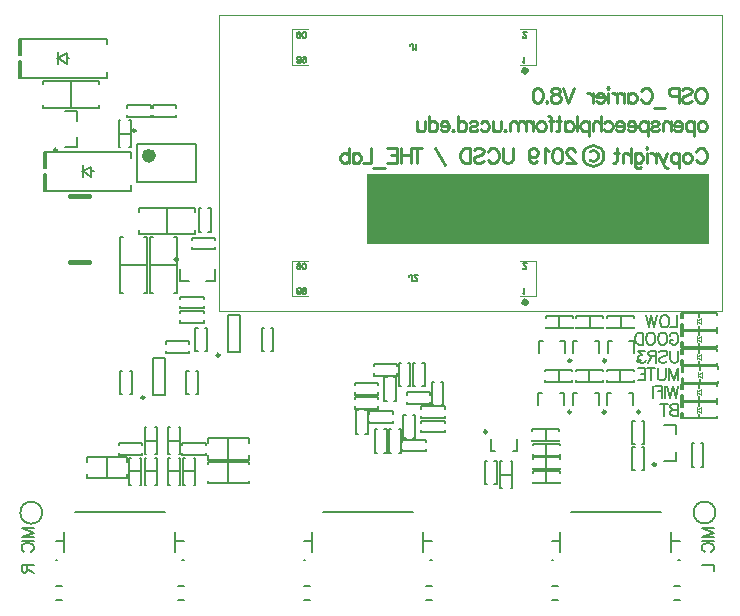
<source format=gbo>
G04*
G04 #@! TF.GenerationSoftware,Altium Limited,Altium Designer,22.0.2 (36)*
G04*
G04 Layer_Color=32896*
%FSLAX25Y25*%
%MOIN*%
G70*
G04*
G04 #@! TF.SameCoordinates,2161BBB5-3730-4A37-975F-558EB53CE70B*
G04*
G04*
G04 #@! TF.FilePolarity,Positive*
G04*
G01*
G75*
%ADD10C,0.01000*%
%ADD11C,0.00984*%
%ADD12C,0.00787*%
%ADD13C,0.01968*%
%ADD14C,0.00394*%
%ADD15C,0.00800*%
%ADD17C,0.00500*%
%ADD19C,0.00591*%
%ADD181C,0.02362*%
%ADD182C,0.01575*%
%ADD183R,1.14173X0.23622*%
D10*
X68167Y48201D02*
G03*
X68167Y51012I1125J1406D01*
G01*
X72791Y49606D02*
G03*
X72791Y49606I-3500J0D01*
G01*
X105896Y61207D02*
X106372Y60969D01*
X106849Y60492D01*
X107087Y59778D01*
Y59302D01*
X106849Y58588D01*
X106372Y58112D01*
X105896Y57874D01*
X105182D01*
X104706Y58112D01*
X104230Y58588D01*
X103992Y59302D01*
Y59778D01*
X104230Y60492D01*
X104706Y60969D01*
X105182Y61207D01*
X105896D01*
X102897D02*
Y56208D01*
Y60492D02*
X102421Y60969D01*
X101945Y61207D01*
X101231D01*
X100755Y60969D01*
X100278Y60492D01*
X100040Y59778D01*
Y59302D01*
X100278Y58588D01*
X100755Y58112D01*
X101231Y57874D01*
X101945D01*
X102421Y58112D01*
X102897Y58588D01*
X98969Y59778D02*
X96113D01*
Y60254D01*
X96351Y60730D01*
X96589Y60969D01*
X97065Y61207D01*
X97779D01*
X98255Y60969D01*
X98731Y60492D01*
X98969Y59778D01*
Y59302D01*
X98731Y58588D01*
X98255Y58112D01*
X97779Y57874D01*
X97065D01*
X96589Y58112D01*
X96113Y58588D01*
X95042Y61207D02*
Y57874D01*
Y60254D02*
X94327Y60969D01*
X93851Y61207D01*
X93137D01*
X92661Y60969D01*
X92423Y60254D01*
Y57874D01*
X88495Y60492D02*
X88733Y60969D01*
X89447Y61207D01*
X90162D01*
X90876Y60969D01*
X91114Y60492D01*
X90876Y60016D01*
X90400Y59778D01*
X89210Y59540D01*
X88733Y59302D01*
X88495Y58826D01*
Y58588D01*
X88733Y58112D01*
X89447Y57874D01*
X90162D01*
X90876Y58112D01*
X91114Y58588D01*
X87448Y61207D02*
Y56208D01*
Y60492D02*
X86972Y60969D01*
X86496Y61207D01*
X85782D01*
X85306Y60969D01*
X84829Y60492D01*
X84591Y59778D01*
Y59302D01*
X84829Y58588D01*
X85306Y58112D01*
X85782Y57874D01*
X86496D01*
X86972Y58112D01*
X87448Y58588D01*
X83520Y59778D02*
X80664D01*
Y60254D01*
X80902Y60730D01*
X81140Y60969D01*
X81616Y61207D01*
X82330D01*
X82806Y60969D01*
X83282Y60492D01*
X83520Y59778D01*
Y59302D01*
X83282Y58588D01*
X82806Y58112D01*
X82330Y57874D01*
X81616D01*
X81140Y58112D01*
X80664Y58588D01*
X79593Y59778D02*
X76736D01*
Y60254D01*
X76974Y60730D01*
X77212Y60969D01*
X77688Y61207D01*
X78402D01*
X78878Y60969D01*
X79355Y60492D01*
X79593Y59778D01*
Y59302D01*
X79355Y58588D01*
X78878Y58112D01*
X78402Y57874D01*
X77688D01*
X77212Y58112D01*
X76736Y58588D01*
X72808Y60492D02*
X73284Y60969D01*
X73760Y61207D01*
X74475D01*
X74951Y60969D01*
X75427Y60492D01*
X75665Y59778D01*
Y59302D01*
X75427Y58588D01*
X74951Y58112D01*
X74475Y57874D01*
X73760D01*
X73284Y58112D01*
X72808Y58588D01*
X71737Y62873D02*
Y57874D01*
Y60254D02*
X71023Y60969D01*
X70547Y61207D01*
X69833D01*
X69357Y60969D01*
X69119Y60254D01*
Y57874D01*
X67809Y61207D02*
Y56208D01*
Y60492D02*
X67333Y60969D01*
X66857Y61207D01*
X66143D01*
X65667Y60969D01*
X65191Y60492D01*
X64953Y59778D01*
Y59302D01*
X65191Y58588D01*
X65667Y58112D01*
X66143Y57874D01*
X66857D01*
X67333Y58112D01*
X67809Y58588D01*
X63882Y62873D02*
Y57874D01*
X59978Y61207D02*
Y57874D01*
Y60492D02*
X60454Y60969D01*
X60930Y61207D01*
X61644D01*
X62120Y60969D01*
X62596Y60492D01*
X62834Y59778D01*
Y59302D01*
X62596Y58588D01*
X62120Y58112D01*
X61644Y57874D01*
X60930D01*
X60454Y58112D01*
X59978Y58588D01*
X57930Y62873D02*
Y58826D01*
X57692Y58112D01*
X57216Y57874D01*
X56740D01*
X58645Y61207D02*
X56978D01*
X54122Y62873D02*
X54598D01*
X55074Y62635D01*
X55312Y61921D01*
Y57874D01*
X56026Y61207D02*
X54360D01*
X52217D02*
X52693Y60969D01*
X53170Y60492D01*
X53408Y59778D01*
Y59302D01*
X53170Y58588D01*
X52693Y58112D01*
X52217Y57874D01*
X51503D01*
X51027Y58112D01*
X50551Y58588D01*
X50313Y59302D01*
Y59778D01*
X50551Y60492D01*
X51027Y60969D01*
X51503Y61207D01*
X52217D01*
X49218D02*
Y57874D01*
Y59778D02*
X48980Y60492D01*
X48504Y60969D01*
X48028Y61207D01*
X47314D01*
X46861D02*
Y57874D01*
Y60254D02*
X46147Y60969D01*
X45671Y61207D01*
X44957D01*
X44481Y60969D01*
X44243Y60254D01*
Y57874D01*
Y60254D02*
X43529Y60969D01*
X43053Y61207D01*
X42339D01*
X41862Y60969D01*
X41624Y60254D01*
Y57874D01*
X39815Y58350D02*
X40053Y58112D01*
X39815Y57874D01*
X39577Y58112D01*
X39815Y58350D01*
X38482Y61207D02*
Y58826D01*
X38244Y58112D01*
X37768Y57874D01*
X37054D01*
X36578Y58112D01*
X35864Y58826D01*
Y61207D02*
Y57874D01*
X31698Y60492D02*
X32174Y60969D01*
X32650Y61207D01*
X33364D01*
X33840Y60969D01*
X34317Y60492D01*
X34554Y59778D01*
Y59302D01*
X34317Y58588D01*
X33840Y58112D01*
X33364Y57874D01*
X32650D01*
X32174Y58112D01*
X31698Y58588D01*
X28008Y60492D02*
X28246Y60969D01*
X28960Y61207D01*
X29675D01*
X30389Y60969D01*
X30627Y60492D01*
X30389Y60016D01*
X29913Y59778D01*
X28722Y59540D01*
X28246Y59302D01*
X28008Y58826D01*
Y58588D01*
X28246Y58112D01*
X28960Y57874D01*
X29675D01*
X30389Y58112D01*
X30627Y58588D01*
X24104Y62873D02*
Y57874D01*
Y60492D02*
X24580Y60969D01*
X25057Y61207D01*
X25771D01*
X26247Y60969D01*
X26723Y60492D01*
X26961Y59778D01*
Y59302D01*
X26723Y58588D01*
X26247Y58112D01*
X25771Y57874D01*
X25057D01*
X24580Y58112D01*
X24104Y58588D01*
X22533Y58350D02*
X22771Y58112D01*
X22533Y57874D01*
X22295Y58112D01*
X22533Y58350D01*
X21200Y59778D02*
X18344D01*
Y60254D01*
X18582Y60730D01*
X18820Y60969D01*
X19296Y61207D01*
X20010D01*
X20486Y60969D01*
X20962Y60492D01*
X21200Y59778D01*
Y59302D01*
X20962Y58588D01*
X20486Y58112D01*
X20010Y57874D01*
X19296D01*
X18820Y58112D01*
X18344Y58588D01*
X14416Y62873D02*
Y57874D01*
Y60492D02*
X14892Y60969D01*
X15368Y61207D01*
X16082D01*
X16558Y60969D01*
X17034Y60492D01*
X17273Y59778D01*
Y59302D01*
X17034Y58588D01*
X16558Y58112D01*
X16082Y57874D01*
X15368D01*
X14892Y58112D01*
X14416Y58588D01*
X13083Y61207D02*
Y58826D01*
X12845Y58112D01*
X12369Y57874D01*
X11655D01*
X11179Y58112D01*
X10464Y58826D01*
Y61207D02*
Y57874D01*
X105658Y72322D02*
X106134Y72084D01*
X106611Y71608D01*
X106849Y71131D01*
X107087Y70417D01*
Y69227D01*
X106849Y68513D01*
X106611Y68037D01*
X106134Y67561D01*
X105658Y67323D01*
X104706D01*
X104230Y67561D01*
X103754Y68037D01*
X103516Y68513D01*
X103278Y69227D01*
Y70417D01*
X103516Y71131D01*
X103754Y71608D01*
X104230Y72084D01*
X104706Y72322D01*
X105658D01*
X98779Y71608D02*
X99255Y72084D01*
X99969Y72322D01*
X100921D01*
X101635Y72084D01*
X102111Y71608D01*
Y71131D01*
X101874Y70655D01*
X101635Y70417D01*
X101159Y70179D01*
X99731Y69703D01*
X99255Y69465D01*
X99017Y69227D01*
X98779Y68751D01*
Y68037D01*
X99255Y67561D01*
X99969Y67323D01*
X100921D01*
X101635Y67561D01*
X102111Y68037D01*
X97660Y69703D02*
X95518D01*
X94804Y69941D01*
X94565Y70179D01*
X94327Y70655D01*
Y71370D01*
X94565Y71846D01*
X94804Y72084D01*
X95518Y72322D01*
X97660D01*
Y67323D01*
X93209Y65657D02*
X89400D01*
X85186Y71131D02*
X85425Y71608D01*
X85901Y72084D01*
X86377Y72322D01*
X87329D01*
X87805Y72084D01*
X88281Y71608D01*
X88519Y71131D01*
X88757Y70417D01*
Y69227D01*
X88519Y68513D01*
X88281Y68037D01*
X87805Y67561D01*
X87329Y67323D01*
X86377D01*
X85901Y67561D01*
X85425Y68037D01*
X85186Y68513D01*
X80926Y70655D02*
Y67323D01*
Y69941D02*
X81402Y70417D01*
X81878Y70655D01*
X82592D01*
X83068Y70417D01*
X83544Y69941D01*
X83782Y69227D01*
Y68751D01*
X83544Y68037D01*
X83068Y67561D01*
X82592Y67323D01*
X81878D01*
X81402Y67561D01*
X80926Y68037D01*
X79593Y70655D02*
Y67323D01*
Y69227D02*
X79355Y69941D01*
X78878Y70417D01*
X78402Y70655D01*
X77688D01*
X77236D02*
Y67323D01*
Y69227D02*
X76998Y69941D01*
X76522Y70417D01*
X76046Y70655D01*
X75331D01*
X74403Y72322D02*
X74165Y72084D01*
X73927Y72322D01*
X74165Y72560D01*
X74403Y72322D01*
X74165Y70655D02*
Y67323D01*
X73046Y69227D02*
X70190D01*
Y69703D01*
X70428Y70179D01*
X70666Y70417D01*
X71142Y70655D01*
X71856D01*
X72332Y70417D01*
X72808Y69941D01*
X73046Y69227D01*
Y68751D01*
X72808Y68037D01*
X72332Y67561D01*
X71856Y67323D01*
X71142D01*
X70666Y67561D01*
X70190Y68037D01*
X69119Y70655D02*
Y67323D01*
Y69227D02*
X68880Y69941D01*
X68404Y70417D01*
X67928Y70655D01*
X67214D01*
X62834Y72322D02*
X60930Y67323D01*
X59026Y72322D02*
X60930Y67323D01*
X57192Y72322D02*
X57907Y72084D01*
X58145Y71608D01*
Y71131D01*
X57907Y70655D01*
X57431Y70417D01*
X56478Y70179D01*
X55764Y69941D01*
X55288Y69465D01*
X55050Y68989D01*
Y68275D01*
X55288Y67799D01*
X55526Y67561D01*
X56240Y67323D01*
X57192D01*
X57907Y67561D01*
X58145Y67799D01*
X58383Y68275D01*
Y68989D01*
X58145Y69465D01*
X57669Y69941D01*
X56954Y70179D01*
X56002Y70417D01*
X55526Y70655D01*
X55288Y71131D01*
Y71608D01*
X55526Y72084D01*
X56240Y72322D01*
X57192D01*
X53693Y67799D02*
X53931Y67561D01*
X53693Y67323D01*
X53455Y67561D01*
X53693Y67799D01*
X50932Y72322D02*
X51646Y72084D01*
X52122Y71370D01*
X52360Y70179D01*
Y69465D01*
X52122Y68275D01*
X51646Y67561D01*
X50932Y67323D01*
X50456D01*
X49742Y67561D01*
X49266Y68275D01*
X49028Y69465D01*
Y70179D01*
X49266Y71370D01*
X49742Y72084D01*
X50456Y72322D01*
X50932D01*
X103516Y51053D02*
X103754Y51529D01*
X104230Y52005D01*
X104706Y52243D01*
X105658D01*
X106134Y52005D01*
X106611Y51529D01*
X106849Y51053D01*
X107087Y50339D01*
Y49148D01*
X106849Y48434D01*
X106611Y47958D01*
X106134Y47482D01*
X105658Y47244D01*
X104706D01*
X104230Y47482D01*
X103754Y47958D01*
X103516Y48434D01*
X100921Y50577D02*
X101397Y50339D01*
X101874Y49863D01*
X102111Y49148D01*
Y48672D01*
X101874Y47958D01*
X101397Y47482D01*
X100921Y47244D01*
X100207D01*
X99731Y47482D01*
X99255Y47958D01*
X99017Y48672D01*
Y49148D01*
X99255Y49863D01*
X99731Y50339D01*
X100207Y50577D01*
X100921D01*
X97922D02*
Y45578D01*
Y49863D02*
X97446Y50339D01*
X96970Y50577D01*
X96256D01*
X95780Y50339D01*
X95303Y49863D01*
X95065Y49148D01*
Y48672D01*
X95303Y47958D01*
X95780Y47482D01*
X96256Y47244D01*
X96970D01*
X97446Y47482D01*
X97922Y47958D01*
X93756Y50577D02*
X92328Y47244D01*
X90900Y50577D02*
X92328Y47244D01*
X92804Y46292D01*
X93280Y45816D01*
X93756Y45578D01*
X93994D01*
X90066Y50577D02*
Y47244D01*
Y49148D02*
X89828Y49863D01*
X89352Y50339D01*
X88876Y50577D01*
X88162D01*
X87234Y52243D02*
X86996Y52005D01*
X86758Y52243D01*
X86996Y52481D01*
X87234Y52243D01*
X86996Y50577D02*
Y47244D01*
X83020Y50577D02*
Y46768D01*
X83258Y46054D01*
X83496Y45816D01*
X83973Y45578D01*
X84687D01*
X85163Y45816D01*
X83020Y49863D02*
X83496Y50339D01*
X83973Y50577D01*
X84687D01*
X85163Y50339D01*
X85639Y49863D01*
X85877Y49148D01*
Y48672D01*
X85639Y47958D01*
X85163Y47482D01*
X84687Y47244D01*
X83973D01*
X83496Y47482D01*
X83020Y47958D01*
X81687Y52243D02*
Y47244D01*
Y49624D02*
X80973Y50339D01*
X80497Y50577D01*
X79783D01*
X79307Y50339D01*
X79069Y49624D01*
Y47244D01*
X77045Y52243D02*
Y48196D01*
X76807Y47482D01*
X76331Y47244D01*
X75855D01*
X77760Y50577D02*
X76093D01*
X63120Y51053D02*
Y51291D01*
X62882Y51767D01*
X62644Y52005D01*
X62168Y52243D01*
X61216D01*
X60739Y52005D01*
X60501Y51767D01*
X60263Y51291D01*
Y50815D01*
X60501Y50339D01*
X60977Y49624D01*
X63358Y47244D01*
X60025D01*
X57478Y52243D02*
X58192Y52005D01*
X58668Y51291D01*
X58907Y50101D01*
Y49387D01*
X58668Y48196D01*
X58192Y47482D01*
X57478Y47244D01*
X57002D01*
X56288Y47482D01*
X55812Y48196D01*
X55574Y49387D01*
Y50101D01*
X55812Y51291D01*
X56288Y52005D01*
X57002Y52243D01*
X57478D01*
X54455Y51291D02*
X53979Y51529D01*
X53265Y52243D01*
Y47244D01*
X47695Y50577D02*
X47933Y49863D01*
X48409Y49387D01*
X49123Y49148D01*
X49361D01*
X50075Y49387D01*
X50551Y49863D01*
X50789Y50577D01*
Y50815D01*
X50551Y51529D01*
X50075Y52005D01*
X49361Y52243D01*
X49123D01*
X48409Y52005D01*
X47933Y51529D01*
X47695Y50577D01*
Y49387D01*
X47933Y48196D01*
X48409Y47482D01*
X49123Y47244D01*
X49599D01*
X50313Y47482D01*
X50551Y47958D01*
X42410Y52243D02*
Y48672D01*
X42172Y47958D01*
X41696Y47482D01*
X40982Y47244D01*
X40506D01*
X39792Y47482D01*
X39315Y47958D01*
X39077Y48672D01*
Y52243D01*
X34126Y51053D02*
X34364Y51529D01*
X34840Y52005D01*
X35316Y52243D01*
X36268D01*
X36744Y52005D01*
X37221Y51529D01*
X37459Y51053D01*
X37697Y50339D01*
Y49148D01*
X37459Y48434D01*
X37221Y47958D01*
X36744Y47482D01*
X36268Y47244D01*
X35316D01*
X34840Y47482D01*
X34364Y47958D01*
X34126Y48434D01*
X29389Y51529D02*
X29865Y52005D01*
X30579Y52243D01*
X31531D01*
X32245Y52005D01*
X32722Y51529D01*
Y51053D01*
X32484Y50577D01*
X32245Y50339D01*
X31769Y50101D01*
X30341Y49624D01*
X29865Y49387D01*
X29627Y49148D01*
X29389Y48672D01*
Y47958D01*
X29865Y47482D01*
X30579Y47244D01*
X31531D01*
X32245Y47482D01*
X32722Y47958D01*
X28270Y52243D02*
Y47244D01*
Y52243D02*
X26604D01*
X25890Y52005D01*
X25414Y51529D01*
X25176Y51053D01*
X24938Y50339D01*
Y49148D01*
X25176Y48434D01*
X25414Y47958D01*
X25890Y47482D01*
X26604Y47244D01*
X28270D01*
X19891Y46530D02*
X16558Y52243D01*
X10631D02*
Y47244D01*
X12297Y52243D02*
X8965D01*
X8370D02*
Y47244D01*
X5037Y52243D02*
Y47244D01*
X8370Y49863D02*
X5037D01*
X562Y52243D02*
X3656D01*
Y47244D01*
X562D01*
X3656Y49863D02*
X1752D01*
X-271Y45578D02*
X-4080D01*
X-4723Y52243D02*
Y47244D01*
X-7579D01*
X-10983Y50577D02*
Y47244D01*
Y49863D02*
X-10507Y50339D01*
X-10031Y50577D01*
X-9317D01*
X-8841Y50339D01*
X-8365Y49863D01*
X-8127Y49148D01*
Y48672D01*
X-8365Y47958D01*
X-8841Y47482D01*
X-9317Y47244D01*
X-10031D01*
X-10507Y47482D01*
X-10983Y47958D01*
X-12316Y52243D02*
Y47244D01*
Y49863D02*
X-12792Y50339D01*
X-13269Y50577D01*
X-13983D01*
X-14459Y50339D01*
X-14935Y49863D01*
X-15173Y49148D01*
Y48672D01*
X-14935Y47958D01*
X-14459Y47482D01*
X-13983Y47244D01*
X-13269D01*
X-12792Y47482D01*
X-12316Y47958D01*
D11*
X-80400Y-30884D02*
G03*
X-80400Y-30884I-492J0D01*
G01*
X-55317Y-16714D02*
G03*
X-55317Y-16714I-492J0D01*
G01*
X-69291Y15157D02*
G03*
X-69291Y15157I-492J0D01*
G01*
X-83327Y58071D02*
G03*
X-83327Y58071I-492J0D01*
G01*
X-109547Y51575D02*
G03*
X-109547Y51575I-492J0D01*
G01*
X33760Y-42323D02*
G03*
X33760Y-42323I-492J0D01*
G01*
X90059Y-53248D02*
G03*
X90059Y-53248I-492J0D01*
G01*
X73331Y-35698D02*
G03*
X73331Y-35698I-492J0D01*
G01*
X84825D02*
G03*
X84825Y-35698I-492J0D01*
G01*
X61837Y-35713D02*
G03*
X61837Y-35713I-492J0D01*
G01*
X61952Y-18601D02*
G03*
X61952Y-18601I-492J0D01*
G01*
X84941D02*
G03*
X84941Y-18601I-492J0D01*
G01*
X73447D02*
G03*
X73447Y-18601I-492J0D01*
G01*
D12*
X-77447Y-29900D02*
X-73510D01*
X-77447Y-17695D02*
X-73510D01*
X-77447Y-29900D02*
Y-17695D01*
X-73510Y-29900D02*
Y-17695D01*
X-52364Y-15730D02*
X-48427D01*
X-52364Y-3525D02*
X-48427D01*
X-52364Y-15730D02*
Y-3525D01*
X-48427Y-15730D02*
Y-3525D01*
X-68504Y7874D02*
Y11811D01*
Y7874D02*
X-65453D01*
X-56693D02*
Y11811D01*
X-59744Y7874D02*
X-56693D01*
X-82815Y53642D02*
X-63130D01*
X-82815Y41043D02*
X-63130D01*
X-82815D02*
Y53642D01*
X-63130Y41043D02*
Y53642D01*
X-113976Y50988D02*
X-84713D01*
Y49114D02*
Y50988D01*
X-113976Y45488D02*
Y50988D01*
X-84713Y37988D02*
Y39862D01*
X-113976Y45488D02*
X-113213D01*
Y50988D01*
Y37988D02*
Y43488D01*
X-113976D02*
X-113213D01*
X-113976Y37988D02*
X-84713D01*
X-113976D02*
Y43488D01*
X-100787Y42520D02*
Y46457D01*
Y44488D02*
X-98032Y46063D01*
X-100787Y44488D02*
X-98032Y42520D01*
Y46063D01*
X-101181Y44488D02*
X-100787D01*
X-98032D02*
X-97244D01*
X-106693Y52756D02*
X-102756D01*
Y55905D01*
X-106693Y64567D02*
X-102756D01*
Y61417D02*
Y64567D01*
X-122244Y88784D02*
X-92980D01*
Y86909D02*
Y88784D01*
X-122244Y83284D02*
Y88784D01*
X-92980Y75783D02*
Y77658D01*
X-122244Y83284D02*
X-121480D01*
Y88784D01*
Y75783D02*
Y81283D01*
X-122244D02*
X-121480D01*
X-122244Y75783D02*
X-92980D01*
X-122244D02*
Y81283D01*
X-109055Y80315D02*
Y84252D01*
Y82284D02*
X-106299Y83858D01*
X-109055Y82284D02*
X-106299Y80315D01*
Y83858D01*
X-109449Y82284D02*
X-109055D01*
X-106299D02*
X-105512D01*
X42323Y-48720D02*
X43701D01*
Y-44783D01*
X35039Y-48720D02*
X36417D01*
X35039D02*
Y-44783D01*
X96850Y-43209D02*
Y-40157D01*
X92913D02*
X96850D01*
Y-51968D02*
Y-48917D01*
X92913Y-51968D02*
X96850D01*
X-69291Y-98425D02*
X-67323D01*
X-69291Y-93701D02*
X-67323D01*
X-70079Y-78740D02*
X-67323D01*
X-67716Y-85039D02*
X-67323Y-85039D01*
X-70079Y-82284D02*
Y-75591D01*
X-88583Y-68898D02*
X-73622D01*
X-103543D02*
X-88583D01*
X-107087Y-82284D02*
Y-75591D01*
X-109843Y-85039D02*
X-109449Y-85039D01*
X-109843Y-78740D02*
X-107087D01*
X-109843Y-93701D02*
X-107874D01*
X-109843Y-98425D02*
X-107874D01*
X-27165D02*
X-25197D01*
X-27165Y-93701D02*
X-25197D01*
X-27165Y-78740D02*
X-24409D01*
X-27165Y-85039D02*
X-26772Y-85039D01*
X-24409Y-82284D02*
Y-75591D01*
X-20866Y-68898D02*
X-5906D01*
X9055D01*
X12598Y-82284D02*
Y-75591D01*
X14961Y-85039D02*
X15354Y-85039D01*
X12598Y-78740D02*
X15354D01*
X13386Y-93701D02*
X15354D01*
X13386Y-98425D02*
X15354D01*
X55512D02*
X57480D01*
X55512Y-93701D02*
X57480D01*
X55512Y-78740D02*
X58268D01*
X55512Y-85039D02*
X55905Y-85039D01*
X58268Y-82284D02*
Y-75591D01*
X61811Y-68898D02*
X76772D01*
X91732D01*
X95275Y-82284D02*
Y-75591D01*
X97638Y-85039D02*
X98031Y-85039D01*
X95275Y-78740D02*
X98031D01*
X96063Y-93701D02*
X98031D01*
X96063Y-98425D02*
X98031D01*
X62406Y-29300D02*
X63784D01*
X62406Y-33237D02*
Y-29300D01*
X69689D02*
X71067D01*
Y-33237D02*
Y-29300D01*
X73900D02*
X75278D01*
X73900Y-33237D02*
Y-29300D01*
X81184D02*
X82562D01*
Y-33237D02*
Y-29300D01*
X50911Y-29316D02*
X52289D01*
X50911Y-33253D02*
Y-29316D01*
X58195D02*
X59573D01*
Y-33253D02*
Y-29316D01*
X51027Y-12203D02*
X52405D01*
X51027Y-16140D02*
Y-12203D01*
X58310D02*
X59688D01*
Y-16140D02*
Y-12203D01*
X74016D02*
X75394D01*
X74016Y-16140D02*
Y-12203D01*
X81299D02*
X82677D01*
Y-16140D02*
Y-12203D01*
X62521D02*
X63899D01*
X62521Y-16140D02*
Y-12203D01*
X69805D02*
X71183D01*
Y-16140D02*
Y-12203D01*
D13*
X46850Y78031D02*
G03*
X46850Y78031I-394J0D01*
G01*
Y866D02*
G03*
X46850Y866I-394J0D01*
G01*
Y78031D02*
G03*
X46850Y78031I-394J0D01*
G01*
Y866D02*
G03*
X46850Y866I-394J0D01*
G01*
D14*
X104035Y-23228D02*
X105413Y-22244D01*
Y-23228D02*
Y-22244D01*
X104035Y-23228D02*
Y-22343D01*
Y-24114D02*
Y-23228D01*
X105413Y-24213D02*
Y-23228D01*
X104035D02*
X105413Y-24213D01*
X103878Y-5512D02*
X105256Y-4528D01*
Y-5512D02*
Y-4528D01*
X103878Y-5512D02*
Y-4626D01*
Y-6398D02*
Y-5512D01*
X105256Y-6496D02*
Y-5512D01*
X103878D02*
X105256Y-6496D01*
X103878Y-11406D02*
X105256Y-10422D01*
Y-11406D02*
Y-10422D01*
X103878Y-11406D02*
Y-10520D01*
Y-12292D02*
Y-11406D01*
X105256Y-12390D02*
Y-11406D01*
X103878D02*
X105256Y-12390D01*
X103878Y-17312D02*
X105256Y-16327D01*
Y-17312D02*
Y-16327D01*
X103878Y-17312D02*
Y-16426D01*
Y-18198D02*
Y-17312D01*
X105256Y-18296D02*
Y-17312D01*
X103878D02*
X105256Y-18296D01*
X103878Y-35039D02*
X105256Y-34055D01*
Y-35039D02*
Y-34055D01*
X103878Y-35039D02*
Y-34154D01*
Y-35925D02*
Y-35039D01*
X105256Y-36024D02*
Y-35039D01*
X103878D02*
X105256Y-36024D01*
X103878Y-29134D02*
X105256Y-30118D01*
Y-29134D01*
X103878Y-30020D02*
Y-29134D01*
Y-28248D01*
X105256Y-29134D02*
Y-28150D01*
X103878Y-29134D02*
X105256Y-28150D01*
X-31102Y80000D02*
Y91811D01*
X-25984D01*
X-31102Y80000D02*
X-25984D01*
X44882Y91811D02*
X50000D01*
Y80000D02*
Y91811D01*
X44882Y80000D02*
X50000D01*
X-31102Y2835D02*
Y14646D01*
X-25984D01*
X-31102Y2835D02*
X-25984D01*
X44882Y14646D02*
X50000D01*
Y2835D02*
Y14646D01*
X44882Y2835D02*
X50000D01*
X-55512Y-1890D02*
Y96535D01*
Y-1890D02*
X112205D01*
Y96535D01*
X-55512D02*
X112205D01*
X-31102Y80000D02*
Y91811D01*
X-25984D01*
X-31102Y80000D02*
X-25984D01*
X44882Y91811D02*
X50000D01*
Y80000D02*
Y91811D01*
X44882Y80000D02*
X50000D01*
X44882Y2835D02*
X50000D01*
Y14646D01*
X44882D02*
X50000D01*
X-31102Y2835D02*
X-25984D01*
X-31102Y14646D02*
X-25984D01*
X-31102Y2835D02*
Y14646D01*
D15*
X97638Y-26956D02*
X96686Y-30955D01*
X95733Y-26956D02*
X96686Y-30955D01*
X95733Y-26956D02*
X94781Y-30955D01*
X93829Y-26956D02*
X94781Y-30955D01*
X93029Y-26956D02*
Y-30955D01*
X92191Y-26956D02*
Y-30955D01*
Y-26956D02*
X89716D01*
X92191Y-28861D02*
X90668D01*
X89259Y-26956D02*
Y-30955D01*
X97638Y-33009D02*
Y-37008D01*
Y-33009D02*
X95924D01*
X95353Y-33199D01*
X95162Y-33390D01*
X94972Y-33770D01*
Y-34151D01*
X95162Y-34532D01*
X95353Y-34723D01*
X95924Y-34913D01*
X97638D02*
X95924D01*
X95353Y-35103D01*
X95162Y-35294D01*
X94972Y-35675D01*
Y-36246D01*
X95162Y-36627D01*
X95353Y-36817D01*
X95924Y-37008D01*
X97638D01*
X92744Y-33009D02*
Y-37008D01*
X94077Y-33009D02*
X91411D01*
X97638Y-21198D02*
Y-25197D01*
Y-21198D02*
X96114Y-25197D01*
X94591Y-21198D02*
X96114Y-25197D01*
X94591Y-21198D02*
Y-25197D01*
X93448Y-21198D02*
Y-24054D01*
X93258Y-24625D01*
X92877Y-25006D01*
X92306Y-25197D01*
X91925D01*
X91353Y-25006D01*
X90973Y-24625D01*
X90782Y-24054D01*
Y-21198D01*
X88345D02*
Y-25197D01*
X89678Y-21198D02*
X87011D01*
X84060D02*
X86535D01*
Y-25197D01*
X84060D01*
X86535Y-23102D02*
X85012D01*
X97638Y-15292D02*
Y-18149D01*
X97447Y-18720D01*
X97066Y-19101D01*
X96495Y-19291D01*
X96114D01*
X95543Y-19101D01*
X95162Y-18720D01*
X94972Y-18149D01*
Y-15292D01*
X91201Y-15864D02*
X91582Y-15483D01*
X92153Y-15292D01*
X92915D01*
X93486Y-15483D01*
X93867Y-15864D01*
Y-16244D01*
X93677Y-16625D01*
X93486Y-16816D01*
X93105Y-17006D01*
X91963Y-17387D01*
X91582Y-17577D01*
X91391Y-17768D01*
X91201Y-18149D01*
Y-18720D01*
X91582Y-19101D01*
X92153Y-19291D01*
X92915D01*
X93486Y-19101D01*
X93867Y-18720D01*
X90306Y-15292D02*
Y-19291D01*
Y-15292D02*
X88592D01*
X88021Y-15483D01*
X87830Y-15673D01*
X87640Y-16054D01*
Y-16435D01*
X87830Y-16816D01*
X88021Y-17006D01*
X88592Y-17197D01*
X90306D01*
X88973D02*
X87640Y-19291D01*
X86364Y-15292D02*
X84269D01*
X85412Y-16816D01*
X84841D01*
X84460Y-17006D01*
X84269Y-17197D01*
X84079Y-17768D01*
Y-18149D01*
X84269Y-18720D01*
X84650Y-19101D01*
X85221Y-19291D01*
X85793D01*
X86364Y-19101D01*
X86554Y-18911D01*
X86745Y-18530D01*
X94781Y-10239D02*
X94972Y-9858D01*
X95353Y-9477D01*
X95733Y-9287D01*
X96495D01*
X96876Y-9477D01*
X97257Y-9858D01*
X97447Y-10239D01*
X97638Y-10810D01*
Y-11763D01*
X97447Y-12334D01*
X97257Y-12715D01*
X96876Y-13096D01*
X96495Y-13286D01*
X95733D01*
X95353Y-13096D01*
X94972Y-12715D01*
X94781Y-12334D01*
Y-11763D01*
X95733D02*
X94781D01*
X92725Y-9287D02*
X93105Y-9477D01*
X93486Y-9858D01*
X93677Y-10239D01*
X93867Y-10810D01*
Y-11763D01*
X93677Y-12334D01*
X93486Y-12715D01*
X93105Y-13096D01*
X92725Y-13286D01*
X91963D01*
X91582Y-13096D01*
X91201Y-12715D01*
X91011Y-12334D01*
X90820Y-11763D01*
Y-10810D01*
X91011Y-10239D01*
X91201Y-9858D01*
X91582Y-9477D01*
X91963Y-9287D01*
X92725D01*
X88744D02*
X89125Y-9477D01*
X89506Y-9858D01*
X89697Y-10239D01*
X89887Y-10810D01*
Y-11763D01*
X89697Y-12334D01*
X89506Y-12715D01*
X89125Y-13096D01*
X88744Y-13286D01*
X87983D01*
X87602Y-13096D01*
X87221Y-12715D01*
X87031Y-12334D01*
X86840Y-11763D01*
Y-10810D01*
X87031Y-10239D01*
X87221Y-9858D01*
X87602Y-9477D01*
X87983Y-9287D01*
X88744D01*
X85907D02*
Y-13286D01*
Y-9287D02*
X84574D01*
X84003Y-9477D01*
X83622Y-9858D01*
X83431Y-10239D01*
X83241Y-10810D01*
Y-11763D01*
X83431Y-12334D01*
X83622Y-12715D01*
X84003Y-13096D01*
X84574Y-13286D01*
X85907D01*
X97244Y-3481D02*
Y-7480D01*
X94959D01*
X93378Y-3481D02*
X93759Y-3672D01*
X94140Y-4053D01*
X94330Y-4433D01*
X94521Y-5005D01*
Y-5957D01*
X94330Y-6528D01*
X94140Y-6909D01*
X93759Y-7290D01*
X93378Y-7480D01*
X92616D01*
X92236Y-7290D01*
X91855Y-6909D01*
X91664Y-6528D01*
X91474Y-5957D01*
Y-5005D01*
X91664Y-4433D01*
X91855Y-4053D01*
X92236Y-3672D01*
X92616Y-3481D01*
X93378D01*
X90541D02*
X89589Y-7480D01*
X88636Y-3481D02*
X89589Y-7480D01*
X88636Y-3481D02*
X87684Y-7480D01*
X86732Y-3481D02*
X87684Y-7480D01*
X-121322Y-74410D02*
X-117323D01*
X-121322D02*
X-117323Y-75933D01*
X-121322Y-77456D02*
X-117323Y-75933D01*
X-121322Y-77456D02*
X-117323D01*
X-121322Y-78599D02*
X-117323D01*
X-120370Y-82293D02*
X-120751Y-82103D01*
X-121132Y-81722D01*
X-121322Y-81341D01*
Y-80580D01*
X-121132Y-80199D01*
X-120751Y-79818D01*
X-120370Y-79627D01*
X-119799Y-79437D01*
X-118846D01*
X-118275Y-79627D01*
X-117894Y-79818D01*
X-117513Y-80199D01*
X-117323Y-80580D01*
Y-81341D01*
X-117513Y-81722D01*
X-117894Y-82103D01*
X-118275Y-82293D01*
X-121322Y-86559D02*
X-117323D01*
X-121322D02*
Y-88273D01*
X-121132Y-88844D01*
X-120941Y-89035D01*
X-120560Y-89225D01*
X-120179D01*
X-119799Y-89035D01*
X-119608Y-88844D01*
X-119418Y-88273D01*
Y-86559D01*
Y-87892D02*
X-117323Y-89225D01*
X105450Y-74410D02*
X109449D01*
X105450D02*
X109449Y-75933D01*
X105450Y-77456D02*
X109449Y-75933D01*
X105450Y-77456D02*
X109449D01*
X105450Y-78599D02*
X109449D01*
X106402Y-82293D02*
X106021Y-82103D01*
X105640Y-81722D01*
X105450Y-81341D01*
Y-80580D01*
X105640Y-80199D01*
X106021Y-79818D01*
X106402Y-79627D01*
X106973Y-79437D01*
X107925D01*
X108497Y-79627D01*
X108878Y-79818D01*
X109258Y-80199D01*
X109449Y-80580D01*
Y-81341D01*
X109258Y-81722D01*
X108878Y-82103D01*
X108497Y-82293D01*
X105450Y-86559D02*
X109449D01*
Y-88844D01*
D17*
X109978Y-69213D02*
G03*
X109978Y-69213I-3650J0D01*
G01*
X-114461Y-69291D02*
G03*
X-114461Y-69291I-3650J0D01*
G01*
X45669Y81137D02*
X45860Y81042D01*
X46145Y80756D01*
Y82756D01*
X45764Y89500D02*
Y89405D01*
X45860Y89214D01*
X45955Y89119D01*
X46145Y89024D01*
X46526D01*
X46717Y89119D01*
X46812Y89214D01*
X46907Y89405D01*
Y89595D01*
X46812Y89786D01*
X46622Y90071D01*
X45669Y91024D01*
X47002D01*
X-29052Y80756D02*
X-29337Y80852D01*
X-29432Y81042D01*
Y81232D01*
X-29337Y81423D01*
X-29147Y81518D01*
X-28766Y81613D01*
X-28480Y81709D01*
X-28290Y81899D01*
X-28194Y82089D01*
Y82375D01*
X-28290Y82565D01*
X-28385Y82661D01*
X-28671Y82756D01*
X-29052D01*
X-29337Y82661D01*
X-29432Y82565D01*
X-29528Y82375D01*
Y82089D01*
X-29432Y81899D01*
X-29242Y81709D01*
X-28956Y81613D01*
X-28575Y81518D01*
X-28385Y81423D01*
X-28290Y81232D01*
Y81042D01*
X-28385Y80852D01*
X-28671Y80756D01*
X-29052D01*
X-26509Y81423D02*
X-26604Y81709D01*
X-26795Y81899D01*
X-27081Y81994D01*
X-27176D01*
X-27461Y81899D01*
X-27652Y81709D01*
X-27747Y81423D01*
Y81328D01*
X-27652Y81042D01*
X-27461Y80852D01*
X-27176Y80756D01*
X-27081D01*
X-26795Y80852D01*
X-26604Y81042D01*
X-26509Y81423D01*
Y81899D01*
X-26604Y82375D01*
X-26795Y82661D01*
X-27081Y82756D01*
X-27271D01*
X-27556Y82661D01*
X-27652Y82470D01*
X-28290Y89691D02*
X-28385Y89976D01*
X-28575Y90167D01*
X-28861Y90262D01*
X-28956D01*
X-29242Y90167D01*
X-29432Y89976D01*
X-29528Y89691D01*
Y89595D01*
X-29432Y89310D01*
X-29242Y89119D01*
X-28956Y89024D01*
X-28861D01*
X-28575Y89119D01*
X-28385Y89310D01*
X-28290Y89691D01*
Y90167D01*
X-28385Y90643D01*
X-28575Y90928D01*
X-28861Y91024D01*
X-29052D01*
X-29337Y90928D01*
X-29432Y90738D01*
X-27176Y89024D02*
X-27461Y89119D01*
X-27652Y89405D01*
X-27747Y89881D01*
Y90167D01*
X-27652Y90643D01*
X-27461Y90928D01*
X-27176Y91024D01*
X-26985D01*
X-26700Y90928D01*
X-26509Y90643D01*
X-26414Y90167D01*
Y89881D01*
X-26509Y89405D01*
X-26700Y89119D01*
X-26985Y89024D01*
X-27176D01*
X45669Y3972D02*
X45860Y3877D01*
X46145Y3591D01*
Y5590D01*
X45764Y12335D02*
Y12240D01*
X45860Y12049D01*
X45955Y11954D01*
X46145Y11859D01*
X46526D01*
X46717Y11954D01*
X46812Y12049D01*
X46907Y12240D01*
Y12430D01*
X46812Y12620D01*
X46622Y12906D01*
X45669Y13858D01*
X47002D01*
X-29052Y3591D02*
X-29337Y3686D01*
X-29432Y3877D01*
Y4067D01*
X-29337Y4258D01*
X-29147Y4353D01*
X-28766Y4448D01*
X-28480Y4543D01*
X-28290Y4734D01*
X-28194Y4924D01*
Y5210D01*
X-28290Y5400D01*
X-28385Y5495D01*
X-28671Y5590D01*
X-29052D01*
X-29337Y5495D01*
X-29432Y5400D01*
X-29528Y5210D01*
Y4924D01*
X-29432Y4734D01*
X-29242Y4543D01*
X-28956Y4448D01*
X-28575Y4353D01*
X-28385Y4258D01*
X-28290Y4067D01*
Y3877D01*
X-28385Y3686D01*
X-28671Y3591D01*
X-29052D01*
X-26509Y4258D02*
X-26604Y4543D01*
X-26795Y4734D01*
X-27081Y4829D01*
X-27176D01*
X-27461Y4734D01*
X-27652Y4543D01*
X-27747Y4258D01*
Y4162D01*
X-27652Y3877D01*
X-27461Y3686D01*
X-27176Y3591D01*
X-27081D01*
X-26795Y3686D01*
X-26604Y3877D01*
X-26509Y4258D01*
Y4734D01*
X-26604Y5210D01*
X-26795Y5495D01*
X-27081Y5590D01*
X-27271D01*
X-27556Y5495D01*
X-27652Y5305D01*
X-28290Y12525D02*
X-28385Y12811D01*
X-28575Y13001D01*
X-28861Y13096D01*
X-28956D01*
X-29242Y13001D01*
X-29432Y12811D01*
X-29528Y12525D01*
Y12430D01*
X-29432Y12144D01*
X-29242Y11954D01*
X-28956Y11859D01*
X-28861D01*
X-28575Y11954D01*
X-28385Y12144D01*
X-28290Y12525D01*
Y13001D01*
X-28385Y13477D01*
X-28575Y13763D01*
X-28861Y13858D01*
X-29052D01*
X-29337Y13763D01*
X-29432Y13573D01*
X-27176Y11859D02*
X-27461Y11954D01*
X-27652Y12240D01*
X-27747Y12716D01*
Y13001D01*
X-27652Y13477D01*
X-27461Y13763D01*
X-27176Y13858D01*
X-26985D01*
X-26700Y13763D01*
X-26509Y13477D01*
X-26414Y13001D01*
Y12716D01*
X-26509Y12240D01*
X-26700Y11954D01*
X-26985Y11859D01*
X-27176D01*
X9220Y85087D02*
Y86611D01*
X9125Y86896D01*
X9030Y86991D01*
X8839Y87087D01*
X8649D01*
X8458Y86991D01*
X8363Y86896D01*
X8268Y86611D01*
Y86420D01*
X9734Y85468D02*
X9924Y85373D01*
X10210Y85087D01*
Y87087D01*
X45669Y81137D02*
X45860Y81042D01*
X46145Y80756D01*
Y82756D01*
X45764Y89500D02*
Y89405D01*
X45860Y89214D01*
X45955Y89119D01*
X46145Y89024D01*
X46526D01*
X46717Y89119D01*
X46812Y89214D01*
X46907Y89405D01*
Y89595D01*
X46812Y89786D01*
X46622Y90071D01*
X45669Y91024D01*
X47002D01*
X-29052Y80756D02*
X-29337Y80852D01*
X-29432Y81042D01*
Y81232D01*
X-29337Y81423D01*
X-29147Y81518D01*
X-28766Y81613D01*
X-28480Y81709D01*
X-28290Y81899D01*
X-28194Y82089D01*
Y82375D01*
X-28290Y82565D01*
X-28385Y82661D01*
X-28671Y82756D01*
X-29052D01*
X-29337Y82661D01*
X-29432Y82565D01*
X-29528Y82375D01*
Y82089D01*
X-29432Y81899D01*
X-29242Y81709D01*
X-28956Y81613D01*
X-28575Y81518D01*
X-28385Y81423D01*
X-28290Y81232D01*
Y81042D01*
X-28385Y80852D01*
X-28671Y80756D01*
X-29052D01*
X-26509Y81423D02*
X-26604Y81709D01*
X-26795Y81899D01*
X-27081Y81994D01*
X-27176D01*
X-27461Y81899D01*
X-27652Y81709D01*
X-27747Y81423D01*
Y81328D01*
X-27652Y81042D01*
X-27461Y80852D01*
X-27176Y80756D01*
X-27081D01*
X-26795Y80852D01*
X-26604Y81042D01*
X-26509Y81423D01*
Y81899D01*
X-26604Y82375D01*
X-26795Y82661D01*
X-27081Y82756D01*
X-27271D01*
X-27556Y82661D01*
X-27652Y82470D01*
X-28290Y89691D02*
X-28385Y89976D01*
X-28575Y90167D01*
X-28861Y90262D01*
X-28956D01*
X-29242Y90167D01*
X-29432Y89976D01*
X-29528Y89691D01*
Y89595D01*
X-29432Y89310D01*
X-29242Y89119D01*
X-28956Y89024D01*
X-28861D01*
X-28575Y89119D01*
X-28385Y89310D01*
X-28290Y89691D01*
Y90167D01*
X-28385Y90643D01*
X-28575Y90928D01*
X-28861Y91024D01*
X-29052D01*
X-29337Y90928D01*
X-29432Y90738D01*
X-27176Y89024D02*
X-27461Y89119D01*
X-27652Y89405D01*
X-27747Y89881D01*
Y90167D01*
X-27652Y90643D01*
X-27461Y90928D01*
X-27176Y91024D01*
X-26985D01*
X-26700Y90928D01*
X-26509Y90643D01*
X-26414Y90167D01*
Y89881D01*
X-26509Y89405D01*
X-26700Y89119D01*
X-26985Y89024D01*
X-27176D01*
X-28290Y12525D02*
X-28385Y12811D01*
X-28575Y13001D01*
X-28861Y13096D01*
X-28956D01*
X-29242Y13001D01*
X-29432Y12811D01*
X-29528Y12525D01*
Y12430D01*
X-29432Y12144D01*
X-29242Y11954D01*
X-28956Y11859D01*
X-28861D01*
X-28575Y11954D01*
X-28385Y12144D01*
X-28290Y12525D01*
Y13001D01*
X-28385Y13477D01*
X-28575Y13763D01*
X-28861Y13858D01*
X-29052D01*
X-29337Y13763D01*
X-29432Y13573D01*
X-27176Y11859D02*
X-27461Y11954D01*
X-27652Y12240D01*
X-27747Y12716D01*
Y13001D01*
X-27652Y13477D01*
X-27461Y13763D01*
X-27176Y13858D01*
X-26985D01*
X-26700Y13763D01*
X-26509Y13477D01*
X-26414Y13001D01*
Y12716D01*
X-26509Y12240D01*
X-26700Y11954D01*
X-26985Y11859D01*
X-27176D01*
X-29052Y3591D02*
X-29337Y3686D01*
X-29432Y3877D01*
Y4067D01*
X-29337Y4258D01*
X-29147Y4353D01*
X-28766Y4448D01*
X-28480Y4543D01*
X-28290Y4734D01*
X-28194Y4924D01*
Y5210D01*
X-28290Y5400D01*
X-28385Y5495D01*
X-28671Y5590D01*
X-29052D01*
X-29337Y5495D01*
X-29432Y5400D01*
X-29528Y5210D01*
Y4924D01*
X-29432Y4734D01*
X-29242Y4543D01*
X-28956Y4448D01*
X-28575Y4353D01*
X-28385Y4258D01*
X-28290Y4067D01*
Y3877D01*
X-28385Y3686D01*
X-28671Y3591D01*
X-29052D01*
X-26509Y4258D02*
X-26604Y4543D01*
X-26795Y4734D01*
X-27081Y4829D01*
X-27176D01*
X-27461Y4734D01*
X-27652Y4543D01*
X-27747Y4258D01*
Y4162D01*
X-27652Y3877D01*
X-27461Y3686D01*
X-27176Y3591D01*
X-27081D01*
X-26795Y3686D01*
X-26604Y3877D01*
X-26509Y4258D01*
Y4734D01*
X-26604Y5210D01*
X-26795Y5495D01*
X-27081Y5590D01*
X-27271D01*
X-27556Y5495D01*
X-27652Y5305D01*
X45764Y12335D02*
Y12240D01*
X45860Y12049D01*
X45955Y11954D01*
X46145Y11859D01*
X46526D01*
X46717Y11954D01*
X46812Y12049D01*
X46907Y12240D01*
Y12430D01*
X46812Y12620D01*
X46622Y12906D01*
X45669Y13858D01*
X47002D01*
X45669Y3972D02*
X45860Y3877D01*
X46145Y3591D01*
Y5590D01*
X8826Y7922D02*
Y9445D01*
X8731Y9731D01*
X8636Y9826D01*
X8445Y9921D01*
X8255D01*
X8065Y9826D01*
X7969Y9731D01*
X7874Y9445D01*
Y9255D01*
X9436Y8398D02*
Y8303D01*
X9531Y8112D01*
X9626Y8017D01*
X9816Y7922D01*
X10197D01*
X10388Y8017D01*
X10483Y8112D01*
X10578Y8303D01*
Y8493D01*
X10483Y8683D01*
X10293Y8969D01*
X9340Y9921D01*
X10673D01*
D19*
X104724Y-25984D02*
Y-24606D01*
X98724Y-22228D02*
X99224D01*
X98724D02*
Y-20472D01*
X99224D01*
X98724Y-24228D02*
X99224D01*
X98724Y-25984D02*
Y-24228D01*
Y-25984D02*
X99224D01*
X104724Y-21850D02*
Y-20472D01*
X110724Y-21228D02*
Y-20472D01*
X98819D02*
X110724D01*
X99224Y-22228D02*
Y-20472D01*
Y-25984D02*
Y-24228D01*
X99213Y-25984D02*
X110724D01*
Y-25228D01*
X105167Y-53937D02*
X105955D01*
Y-46063D01*
X105167D02*
X105955D01*
X102018D02*
X102805D01*
X102018Y-53937D02*
Y-46063D01*
Y-53937D02*
X102805D01*
X78347Y-7874D02*
Y-3874D01*
X73847Y-7874D02*
Y-7374D01*
Y-7874D02*
X82846D01*
Y-7374D01*
Y-4374D02*
Y-3874D01*
X73847D02*
X82846D01*
X73847Y-4374D02*
Y-3874D01*
X68110Y-7874D02*
Y-3874D01*
X63610Y-7874D02*
Y-7374D01*
Y-7874D02*
X72610D01*
Y-7374D01*
Y-4374D02*
Y-3874D01*
X63610D02*
X72610D01*
X63610Y-4374D02*
Y-3874D01*
X57968Y-7874D02*
Y-3874D01*
X53469Y-7874D02*
Y-7374D01*
Y-7874D02*
X62468D01*
Y-7374D01*
Y-4374D02*
Y-3874D01*
X53469D02*
X62468D01*
X53469Y-4374D02*
Y-3874D01*
X57774Y-25622D02*
Y-21622D01*
X53274Y-25622D02*
Y-25122D01*
Y-25622D02*
X62274D01*
Y-25122D01*
Y-22122D02*
Y-21622D01*
X53274D02*
X62274D01*
X53274Y-22122D02*
Y-21622D01*
X67913Y-25622D02*
Y-21622D01*
X63413Y-25622D02*
Y-25122D01*
Y-25622D02*
X72413D01*
Y-25122D01*
Y-22122D02*
Y-21622D01*
X63413D02*
X72413D01*
X63413Y-22122D02*
Y-21622D01*
X78231Y-25622D02*
Y-21622D01*
X73731Y-25622D02*
Y-25122D01*
Y-25622D02*
X82731D01*
Y-25122D01*
Y-22122D02*
Y-21622D01*
X73731D02*
X82731D01*
X73731Y-22122D02*
Y-21622D01*
X98567Y-4512D02*
X99067D01*
X98567D02*
Y-2756D01*
X99067D01*
X98567Y-6512D02*
X99067D01*
X98567Y-8268D02*
Y-6512D01*
Y-8268D02*
X99067D01*
X110567Y-3512D02*
Y-2756D01*
X98661D02*
X110567D01*
X99067Y-4512D02*
Y-2756D01*
Y-8268D02*
Y-6512D01*
X98661Y-8268D02*
X110567D01*
Y-7512D01*
X104567Y-8268D02*
Y-6890D01*
Y-4134D02*
Y-2756D01*
X-73228Y-12992D02*
Y-12205D01*
X-65354D01*
Y-12992D02*
Y-12205D01*
Y-16142D02*
Y-15354D01*
X-73228Y-16142D02*
X-65354D01*
X-73228D02*
Y-15354D01*
X-88471Y-29860D02*
X-87683D01*
X-88471D02*
Y-21986D01*
X-87683D01*
X-85321D02*
X-84534D01*
Y-29860D02*
Y-21986D01*
X-85321Y-29860D02*
X-84534D01*
X-66423D02*
X-65636D01*
X-66423D02*
Y-21986D01*
X-65636D01*
X-63274D02*
X-62486D01*
Y-29860D02*
Y-21986D01*
X-63274Y-29860D02*
X-62486D01*
X110567Y-14162D02*
Y-13406D01*
X98661Y-14162D02*
X110567D01*
X99067D02*
Y-12406D01*
Y-10406D02*
Y-8650D01*
X98661D02*
X110567D01*
Y-9406D02*
Y-8650D01*
X98567Y-14162D02*
X99067D01*
X98567D02*
Y-12406D01*
X99067D01*
X98567Y-8650D02*
X99067D01*
X98567Y-10406D02*
Y-8650D01*
Y-10406D02*
X99067D01*
X104567Y-14162D02*
Y-12784D01*
Y-10028D02*
Y-8650D01*
X110567Y-20068D02*
Y-19312D01*
X98661Y-20068D02*
X110567D01*
X99067D02*
Y-18312D01*
Y-16312D02*
Y-14556D01*
X98661D02*
X110567D01*
Y-15312D02*
Y-14556D01*
X98567Y-20068D02*
X99067D01*
X98567D02*
Y-18312D01*
X99067D01*
X98567Y-14556D02*
X99067D01*
X98567Y-16312D02*
Y-14556D01*
Y-16312D02*
X99067D01*
X104567Y-20068D02*
Y-18690D01*
Y-15934D02*
Y-14556D01*
X98567Y-34039D02*
X99067D01*
X98567D02*
Y-32283D01*
X99067D01*
X98567Y-36039D02*
X99067D01*
X98567Y-37795D02*
Y-36039D01*
Y-37795D02*
X99067D01*
X110567Y-33039D02*
Y-32283D01*
X98661D02*
X110567D01*
X99067Y-34039D02*
Y-32283D01*
Y-37795D02*
Y-36039D01*
X98661Y-37795D02*
X110567D01*
Y-37039D01*
X104567Y-37795D02*
Y-36417D01*
Y-33661D02*
Y-32283D01*
X110567Y-31890D02*
Y-31134D01*
X99055Y-31890D02*
X110567D01*
X99067D02*
Y-30134D01*
Y-28134D02*
Y-26378D01*
X98661D02*
X110567D01*
Y-27134D02*
Y-26378D01*
X104567Y-27756D02*
Y-26378D01*
X98567Y-31890D02*
X99067D01*
X98567D02*
Y-30134D01*
X99067D01*
X98567Y-26378D02*
X99067D01*
X98567Y-28134D02*
Y-26378D01*
Y-28134D02*
X99067D01*
X104567Y-31890D02*
Y-30512D01*
X-60236Y-15535D02*
X-59449D01*
Y-7661D01*
X-60236D02*
X-59449D01*
X-63386D02*
X-62598D01*
X-63386Y-15535D02*
Y-7661D01*
Y-15535D02*
X-62598D01*
X-38189D02*
X-37402D01*
Y-7661D01*
X-38189D02*
X-37402D01*
X-41339D02*
X-40551D01*
X-41339Y-15535D02*
Y-7661D01*
Y-15535D02*
X-40551D01*
X-60630Y1945D02*
Y2732D01*
X-68504D02*
X-60630D01*
X-68504Y1945D02*
Y2732D01*
Y-1205D02*
Y-418D01*
Y-1205D02*
X-60630D01*
Y-418D01*
Y-2756D02*
Y-1969D01*
X-68504D02*
X-60630D01*
X-68504Y-2756D02*
Y-1969D01*
Y-5906D02*
Y-5118D01*
Y-5906D02*
X-60630D01*
Y-5118D01*
X-56693Y21654D02*
Y22441D01*
X-64567D02*
X-56693D01*
X-64567Y21654D02*
Y22441D01*
Y18504D02*
Y19291D01*
Y18504D02*
X-56693D01*
Y19291D01*
X-72835Y23622D02*
Y32283D01*
X-63386Y23622D02*
Y24803D01*
X-82284Y23622D02*
X-63386D01*
X-82284D02*
Y24803D01*
Y31102D02*
Y32283D01*
X-63386D01*
Y31102D02*
Y32283D01*
X-88372Y13386D02*
X-79514D01*
X-88372Y22736D02*
X-87388D01*
X-88372Y4035D02*
Y22736D01*
Y4035D02*
X-87388D01*
X-80498D02*
X-79514D01*
Y22736D01*
X-80498D02*
X-79514D01*
X-78530Y13386D02*
X-69671D01*
X-78530Y22736D02*
X-77545D01*
X-78530Y4035D02*
Y22736D01*
Y4035D02*
X-77545D01*
X-70656D02*
X-69671D01*
Y22736D01*
X-70656D02*
X-69671D01*
X-62205Y24409D02*
X-61417D01*
X-62205D02*
Y32283D01*
X-61417D01*
X-59055D02*
X-58268D01*
Y24409D02*
Y32283D01*
X-59055Y24409D02*
X-58268D01*
X-77559Y65748D02*
Y66535D01*
X-69685D01*
Y65748D02*
Y66535D01*
Y62598D02*
Y63386D01*
X-77559Y62598D02*
X-69685D01*
X-77559D02*
Y63386D01*
X-78347Y62598D02*
Y63386D01*
X-86221Y62598D02*
X-78347D01*
X-86221D02*
Y63386D01*
Y65748D02*
Y66535D01*
X-78347D01*
Y65748D02*
Y66535D01*
X-85508Y61587D02*
X-85008D01*
Y52587D02*
Y61587D01*
X-85508Y52587D02*
X-85008D01*
X-89008D02*
X-88508D01*
X-89008D02*
Y61587D01*
X-88508D01*
X-89008Y57087D02*
X-85008D01*
X-104961Y65650D02*
Y74508D01*
X-114311Y65650D02*
Y66634D01*
Y65650D02*
X-95610D01*
Y66634D01*
Y73524D02*
Y74508D01*
X-114311D02*
X-95610D01*
X-114311Y73524D02*
Y74508D01*
X-9843Y-42913D02*
X-9055D01*
X-9843D02*
Y-35039D01*
X-9055D01*
X-6693D02*
X-5906D01*
Y-42913D02*
Y-35039D01*
X-6693Y-42913D02*
X-5906D01*
X-10236Y-26772D02*
Y-25984D01*
X-2362D01*
Y-26772D02*
Y-25984D01*
Y-29921D02*
Y-29134D01*
X-10236Y-29921D02*
X-2362D01*
X-10236D02*
Y-29134D01*
X-3937Y-20472D02*
Y-19685D01*
X3937D01*
Y-20472D02*
Y-19685D01*
Y-23622D02*
Y-22835D01*
X-3937Y-23622D02*
X3937D01*
X-3937D02*
Y-22835D01*
X12205Y-19291D02*
X12992D01*
Y-27165D02*
Y-19291D01*
X12205Y-27165D02*
X12992D01*
X9055D02*
X9843D01*
X9055D02*
Y-19291D01*
X9843D01*
X13386Y-48819D02*
Y-48031D01*
X5512Y-48819D02*
X13386D01*
X5512D02*
Y-48031D01*
Y-45669D02*
Y-44882D01*
X13386D01*
Y-45669D02*
Y-44882D01*
X-3543Y-49213D02*
X-2756D01*
X-3543D02*
Y-41339D01*
X-2756D01*
X-394D02*
X394D01*
Y-49213D02*
Y-41339D01*
X-394Y-49213D02*
X394D01*
X85433Y-38583D02*
X86220D01*
Y-46457D02*
Y-38583D01*
X85433Y-46457D02*
X86220D01*
X82283D02*
X83071D01*
X82283D02*
Y-38583D01*
X83071D01*
X85433Y-47244D02*
X86220D01*
Y-55118D02*
Y-47244D01*
X85433Y-55118D02*
X86220D01*
X82283D02*
X83071D01*
X82283D02*
Y-47244D01*
X83071D01*
X48945Y-42043D02*
Y-41543D01*
X57945D01*
Y-42043D02*
Y-41543D01*
Y-45543D02*
Y-45043D01*
X48945Y-45543D02*
X57945D01*
X48945D02*
Y-45043D01*
X53445Y-45543D02*
Y-41543D01*
X58043Y-59381D02*
Y-58881D01*
X49043Y-59381D02*
X58043D01*
X49043D02*
Y-58881D01*
Y-55881D02*
Y-55381D01*
X58043D01*
Y-55881D02*
Y-55381D01*
X53543Y-59381D02*
Y-55381D01*
X58043Y-50268D02*
Y-49768D01*
X49043Y-50268D02*
X58043D01*
X49043D02*
Y-49768D01*
Y-46768D02*
Y-46268D01*
X58043D01*
Y-46768D02*
Y-46268D01*
X53543Y-50268D02*
Y-46268D01*
Y-54756D02*
Y-50756D01*
X58043Y-51256D02*
Y-50756D01*
X49043D02*
X58043D01*
X49043Y-51256D02*
Y-50756D01*
Y-54756D02*
Y-54256D01*
Y-54756D02*
X58043D01*
Y-54256D01*
X41658Y-52193D02*
X42158D01*
Y-61193D02*
Y-52193D01*
X41658Y-61193D02*
X42158D01*
X38157D02*
X38658D01*
X38157D02*
Y-52193D01*
X38658D01*
X38157Y-56693D02*
X42158D01*
X36220Y-51968D02*
X37008D01*
Y-59842D02*
Y-51968D01*
X36220Y-59842D02*
X37008D01*
X33071D02*
X33858D01*
X33071D02*
Y-51968D01*
X33858D01*
X19685Y-37795D02*
Y-37008D01*
X11811Y-37795D02*
X19685D01*
X11811D02*
Y-37008D01*
Y-34646D02*
Y-33858D01*
X19685D01*
Y-34646D02*
Y-33858D01*
X15354Y-33465D02*
X16142D01*
X15354D02*
Y-25591D01*
X16142D01*
X18504D02*
X19291D01*
Y-33465D02*
Y-25591D01*
X18504Y-33465D02*
X19291D01*
X-10236Y-31496D02*
Y-30709D01*
X-2362D01*
Y-31496D02*
Y-30709D01*
Y-34646D02*
Y-33858D01*
X-10236Y-34646D02*
X-2362D01*
X-10236D02*
Y-33858D01*
X11811Y-39370D02*
Y-38583D01*
X19685D01*
Y-39370D02*
Y-38583D01*
Y-42520D02*
Y-41732D01*
X11811Y-42520D02*
X19685D01*
X11811D02*
Y-41732D01*
X1181Y-49213D02*
X1969D01*
X1181D02*
Y-41339D01*
X1969D01*
X4331D02*
X5118D01*
Y-49213D02*
Y-41339D01*
X4331Y-49213D02*
X5118D01*
X7480Y-19291D02*
X8268D01*
Y-27165D02*
Y-19291D01*
X7480Y-27165D02*
X8268D01*
X4331D02*
X5118D01*
X4331D02*
Y-19291D01*
X5118D01*
X5906Y-44488D02*
X6693D01*
X5906D02*
Y-36614D01*
X6693D01*
X9055D02*
X9843D01*
Y-44488D02*
Y-36614D01*
X9055Y-44488D02*
X9843D01*
X2756Y-24016D02*
X3543D01*
Y-31890D02*
Y-24016D01*
X2756Y-31890D02*
X3543D01*
X-394D02*
X394D01*
X-394D02*
Y-24016D01*
X394D01*
X-5512Y-36220D02*
Y-35433D01*
X2362D01*
Y-36220D02*
Y-35433D01*
Y-39370D02*
Y-38583D01*
X-5512Y-39370D02*
X2362D01*
X-5512D02*
Y-38583D01*
X14961Y-29921D02*
Y-29134D01*
X7087D02*
X14961D01*
X7087Y-29921D02*
Y-29134D01*
Y-33071D02*
Y-32283D01*
Y-33071D02*
X14961D01*
Y-32283D01*
X-85465Y-60012D02*
X-84965D01*
X-85465D02*
Y-51012D01*
X-84965D01*
X-81965D02*
X-81465D01*
Y-60012D02*
Y-51012D01*
X-81965Y-60012D02*
X-81465D01*
X-85465Y-55512D02*
X-81465D01*
X-80347Y-49776D02*
X-79847D01*
X-80347D02*
Y-40776D01*
X-79847D01*
X-76846D02*
X-76346D01*
Y-49776D02*
Y-40776D01*
X-76846Y-49776D02*
X-76346D01*
X-80347Y-45276D02*
X-76346D01*
X-76846Y-51012D02*
X-76346D01*
Y-60012D02*
Y-51012D01*
X-76846Y-60012D02*
X-76346D01*
X-80347D02*
X-79847D01*
X-80347D02*
Y-51012D01*
X-79847D01*
X-80347Y-55512D02*
X-76346D01*
X-67354Y-60012D02*
X-66854D01*
X-67354D02*
Y-51012D01*
X-66854D01*
X-63854D02*
X-63354D01*
Y-60012D02*
Y-51012D01*
X-63854Y-60012D02*
X-63354D01*
X-67354Y-55512D02*
X-63354D01*
X-72472Y-49776D02*
X-71972D01*
X-72472D02*
Y-40776D01*
X-71972D01*
X-68972D02*
X-68472D01*
Y-49776D02*
Y-40776D01*
X-68972Y-49776D02*
X-68472D01*
X-72472Y-45276D02*
X-68472D01*
X-81102Y-50000D02*
Y-49213D01*
X-88976Y-50000D02*
X-81102D01*
X-88976D02*
Y-49213D01*
Y-46850D02*
Y-46063D01*
X-81102D01*
Y-46850D02*
Y-46063D01*
X-92913Y-57874D02*
Y-50787D01*
X-86221Y-57874D02*
Y-56299D01*
X-99606Y-57874D02*
X-86221D01*
X-99606D02*
Y-56299D01*
Y-52362D02*
Y-50787D01*
X-86221D01*
Y-52362D02*
Y-50787D01*
X-59842Y-50000D02*
Y-49213D01*
X-67716Y-50000D02*
X-59842D01*
X-67716D02*
Y-49213D01*
Y-46850D02*
Y-46063D01*
X-59842D01*
Y-46850D02*
Y-46063D01*
X-52362Y-59449D02*
Y-52362D01*
X-59055Y-59449D02*
Y-58661D01*
Y-59449D02*
X-45669D01*
Y-58661D01*
X-59055Y-53150D02*
Y-52362D01*
X-45669D01*
Y-53150D02*
Y-52362D01*
X-52362Y-51575D02*
Y-44488D01*
X-59055Y-46063D02*
Y-44488D01*
X-45669D01*
Y-46063D02*
Y-44488D01*
Y-51575D02*
Y-50000D01*
X-59055Y-51575D02*
X-45669D01*
X-59055D02*
Y-50000D01*
X-72472Y-55512D02*
X-68472D01*
X-72472Y-51012D02*
X-71972D01*
X-72472Y-60012D02*
Y-51012D01*
Y-60012D02*
X-71972D01*
X-68972D02*
X-68472D01*
Y-51012D01*
X-68972D02*
X-68472D01*
D181*
X-77697Y49705D02*
G03*
X-77697Y49705I-1181J0D01*
G01*
D182*
X-105118Y14173D02*
X-98819D01*
X-105118Y36220D02*
X-98819D01*
D183*
X50787Y31890D02*
D03*
M02*

</source>
